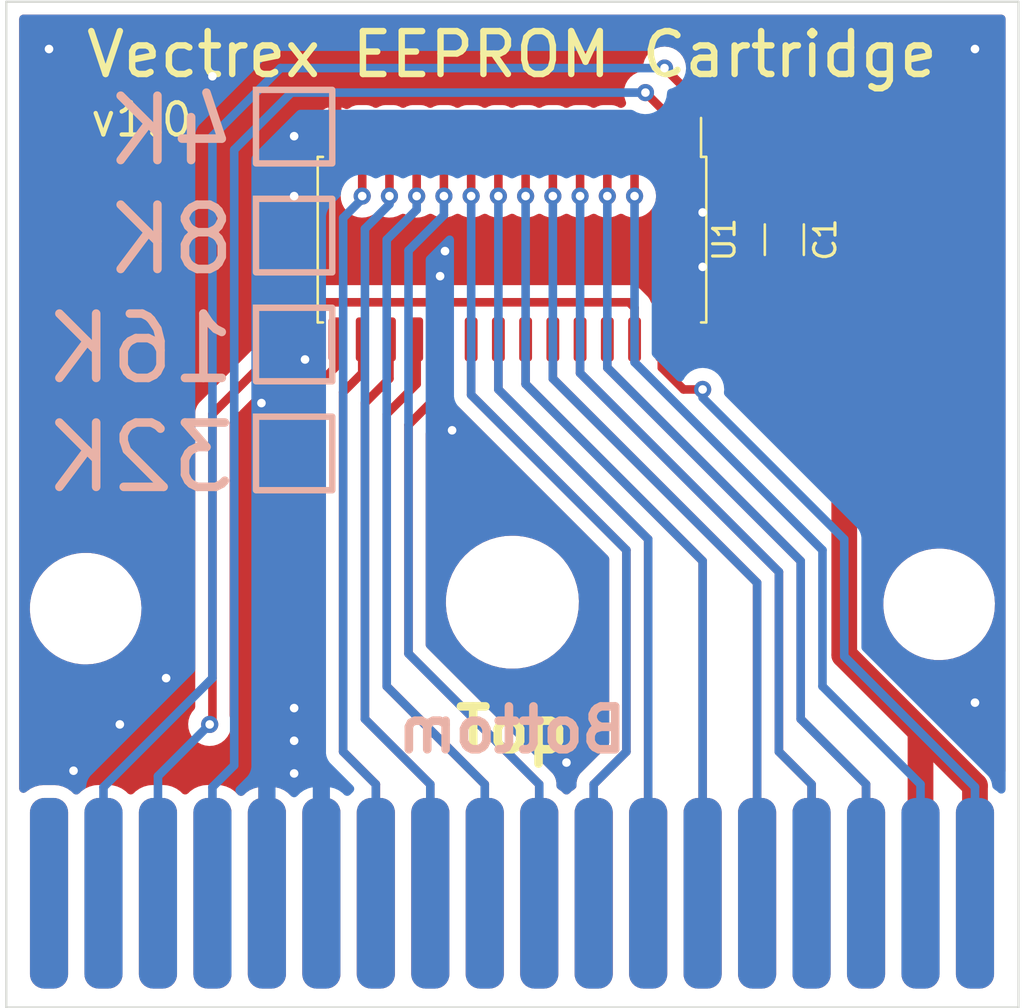
<source format=kicad_pcb>
(kicad_pcb (version 20221018) (generator pcbnew)
  (layers (0 "F.Cu" signal) (31 "B.Cu" signal) (34 "B.Paste" user) (35 "F.Paste" user) (36 "B.SilkS" user "B.Silkscreen") (37 "F.SilkS" user "F.Silkscreen") (38 "B.Mask" user) (39 "F.Mask" user) (44 "Edge.Cuts" user))
  (net 0 "")
  (net 1 "GND")
  (net 2 "+5V")
  (net 3 "/V-HALT")
  (net 4 "/V-A7")
  (net 5 "/V-A6")
  (net 6 "/V-A8")
  (net 7 "/V-A5")
  (net 8 "/V-A9")
  (net 9 "/V-A4")
  (net 10 "/V-A11")
  (net 11 "/V-A3")
  (net 12 "/V-OE")
  (net 13 "/V-A2")
  (net 14 "/V-A10")
  (net 15 "/V-A1")
  (net 16 "/V-CE")
  (net 17 "/V-A0")
  (net 18 "/V-D7")
  (net 19 "/V-D0")
  (net 20 "/V-D6")
  (net 21 "/V-D1")
  (net 22 "/V-D5")
  (net 23 "/V-D2")
  (net 24 "/V-D4")
  (net 25 "/V-D3")
  (net 26 "/V-A12")
  (net 28 "/V-A13")
  (net 30 "/V-A14")
  (footprint "Package_SO:SOIC-28W_7.5x17.9mm_P1.27mm" (layer "F.Cu") (at 157.48 83.82 -90)
    (fp_text reference "U1" (at 0 -9.9 90) (layer "F.SilkS"))
    (fp_text value "28C256")
    (fp_line (start -3.86 -9.06) (end -3.86 -8.815) (stroke (width 0.12)) (layer "F.SilkS"))
    (fp_line (start -3.86 -8.815) (end -5.675 -8.815) (stroke (width 0.12)) (layer "F.SilkS"))
    (fp_line (start -3.86 9.06) (end -3.86 8.815) (stroke (width 0.12)) (layer "F.SilkS"))
    (fp_line (start 0 -9.06) (end -3.86 -9.06) (stroke (width 0.12)) (layer "F.SilkS"))
    (fp_line (start 0 -9.06) (end 3.86 -9.06) (stroke (width 0.12)) (layer "F.SilkS"))
    (fp_line (start 0 9.06) (end -3.86 9.06) (stroke (width 0.12)) (layer "F.SilkS"))
    (fp_line (start 0 9.06) (end 3.86 9.06) (stroke (width 0.12)) (layer "F.SilkS"))
    (fp_line (start 3.86 -9.06) (end 3.86 -8.815) (stroke (width 0.12)) (layer "F.SilkS"))
    (fp_line (start 3.86 9.06) (end 3.86 8.815) (stroke (width 0.12)) (layer "F.SilkS"))
    (pad "1" smd roundrect locked (at -4.65 -8.255 270) (size 2.05 0.6) (layers "F.Cu" "F.Paste" "F.Mask") (net 30 "/V-A14"))
    (pad "2" smd roundrect locked (at -4.65 -6.985 270) (size 2.05 0.6) (layers "F.Cu" "F.Paste" "F.Mask") (net 26 "/V-A12"))
    (pad "3" smd roundrect locked (at -4.65 -5.715 270) (size 2.05 0.6) (layers "F.Cu" "F.Paste" "F.Mask") (net 4 "/V-A7"))
    (pad "4" smd roundrect locked (at -4.65 -4.445 270) (size 2.05 0.6) (layers "F.Cu" "F.Paste" "F.Mask") (net 5 "/V-A6"))
    (pad "5" smd roundrect locked (at -4.65 -3.175 270) (size 2.05 0.6) (layers "F.Cu" "F.Paste" "F.Mask") (net 7 "/V-A5"))
    (pad "6" smd roundrect locked (at -4.65 -1.905 270) (size 2.05 0.6) (layers "F.Cu" "F.Paste" "F.Mask") (net 9 "/V-A4"))
    (pad "7" smd roundrect locked (at -4.65 -0.635 270) (size 2.05 0.6) (layers "F.Cu" "F.Paste" "F.Mask") (net 11 "/V-A3"))
    (pad "8" smd roundrect locked (at -4.65 0.635 270) (size 2.05 0.6) (layers "F.Cu" "F.Paste" "F.Mask") (net 13 "/V-A2"))
    (pad "9" smd roundrect locked (at -4.65 1.905 270) (size 2.05 0.6) (layers "F.Cu" "F.Paste" "F.Mask") (net 15 "/V-A1"))
    (pad "10" smd roundrect locked (at -4.65 3.175 270) (size 2.05 0.6) (layers "F.Cu" "F.Paste" "F.Mask") (net 17 "/V-A0"))
    (pad "11" smd roundrect locked (at -4.65 4.445 270) (size 2.05 0.6) (layers "F.Cu" "F.Paste" "F.Mask") (net 19 "/V-D0"))
    (pad "12" smd roundrect locked (at -4.65 5.715 270) (size 2.05 0.6) (layers "F.Cu" "F.Paste" "F.Mask") (net 21 "/V-D1"))
    (pad "13" smd roundrect locked (at -4.65 6.985 270) (size 2.05 0.6) (layers "F.Cu" "F.Paste" "F.Mask") (net 23 "/V-D2"))
    (pad "14" smd roundrect locked (at -4.65 8.255 270) (size 2.05 0.6) (layers "F.Cu" "F.Paste" "F.Mask") (net 1 "GND"))
    (pad "15" smd roundrect locked (at 4.65 8.255 270) (size 2.05 0.6) (layers "F.Cu" "F.Paste" "F.Mask") (net 25 "/V-D3"))
    (pad "16" smd roundrect locked (at 4.65 6.985 270) (size 2.05 0.6) (layers "F.Cu" "F.Paste" "F.Mask") (net 24 "/V-D4"))
    (pad "17" smd roundrect locked (at 4.65 5.715 270) (size 2.05 0.6) (layers "F.Cu" "F.Paste" "F.Mask") (net 22 "/V-D5"))
    (pad "18" smd roundrect locked (at 4.65 4.445 270) (size 2.05 0.6) (layers "F.Cu" "F.Paste" "F.Mask") (net 20 "/V-D6"))
    (pad "19" smd roundrect locked (at 4.65 3.175 270) (size 2.05 0.6) (layers "F.Cu" "F.Paste" "F.Mask") (net 18 "/V-D7"))
    (pad "20" smd roundrect locked (at 4.65 1.905 270) (size 2.05 0.6) (layers "F.Cu" "F.Paste" "F.Mask") (net 16 "/V-CE"))
    (pad "21" smd roundrect locked (at 4.65 0.635 270) (size 2.05 0.6) (layers "F.Cu" "F.Paste" "F.Mask") (net 14 "/V-A10"))
    (pad "22" smd roundrect locked (at 4.65 -0.635 270) (size 2.05 0.6) (layers "F.Cu" "F.Paste" "F.Mask") (net 12 "/V-OE"))
    (pad "23" smd roundrect locked (at 4.65 -1.905 270) (size 2.05 0.6) (layers "F.Cu" "F.Paste" "F.Mask") (net 10 "/V-A11"))
    (pad "24" smd roundrect locked (at 4.65 -3.175 270) (size 2.05 0.6) (layers "F.Cu" "F.Paste" "F.Mask") (net 8 "/V-A9"))
    (pad "25" smd roundrect locked (at 4.65 -4.445 270) (size 2.05 0.6) (layers "F.Cu" "F.Paste" "F.Mask") (net 6 "/V-A8"))
    (pad "26" smd roundrect locked (at 4.65 -5.715 270) (size 2.05 0.6) (layers "F.Cu" "F.Paste" "F.Mask") (net 28 "/V-A13"))
    (pad "27" smd roundrect locked (at 4.65 -6.985 270) (size 2.05 0.6) (layers "F.Cu" "F.Paste" "F.Mask") (net 3 "/V-HALT"))
    (pad "28" smd roundrect locked (at 4.65 -8.255 270) (size 2.05 0.6) (layers "F.Cu" "F.Paste" "F.Mask") (net 2 "+5V"))
  )
  (footprint "vectrex:EDGE-CONNECTOR" (layer "F.Cu") (at 153.67 114.3 180)
    (fp_text reference "CON3" hide)
    (fp_text value "EDGE-CONNECTOR" hide)
    (pad "1" smd roundrect locked (at -25.4 0) (size 1.778 8.89) (layers "B.Cu" "B.Paste" "B.Mask") (roundrect_rratio 0.375) (net 3 "/V-HALT"))
    (pad "2" smd roundrect locked (at -25.4 0) (size 1.778 8.89) (layers "F.Cu" "F.Paste" "F.Mask") (roundrect_rratio 0.375) (net 2 "+5V"))
    (pad "3" smd roundrect locked (at -22.86 0) (size 1.778 8.89) (layers "B.Cu" "B.Paste" "B.Mask") (roundrect_rratio 0.375) (net 4 "/V-A7"))
    (pad "4" smd roundrect locked (at -22.86 0) (size 1.778 8.89) (layers "F.Cu" "F.Paste" "F.Mask") (roundrect_rratio 0.375) (net 2 "+5V"))
    (pad "5" smd roundrect locked (at -20.32 0) (size 1.778 8.89) (layers "B.Cu" "B.Paste" "B.Mask") (roundrect_rratio 0.375) (net 5 "/V-A6"))
    (pad "6" smd roundrect locked (at -20.32 0) (size 1.778 8.89) (layers "F.Cu" "F.Paste" "F.Mask") (roundrect_rratio 0.375) (net 6 "/V-A8"))
    (pad "7" smd roundrect locked (at -17.78 0) (size 1.778 8.89) (layers "B.Cu" "B.Paste" "B.Mask") (roundrect_rratio 0.375) (net 7 "/V-A5"))
    (pad "8" smd roundrect locked (at -17.78 0) (size 1.778 8.89) (layers "F.Cu" "F.Paste" "F.Mask") (roundrect_rratio 0.375) (net 8 "/V-A9"))
    (pad "9" smd roundrect locked (at -15.24 0) (size 1.778 8.89) (layers "B.Cu" "B.Paste" "B.Mask") (roundrect_rratio 0.375) (net 9 "/V-A4"))
    (pad "10" smd roundrect locked (at -15.24 0) (size 1.778 8.89) (layers "F.Cu" "F.Paste" "F.Mask") (roundrect_rratio 0.375) (net 10 "/V-A11"))
    (pad "11" smd roundrect locked (at -12.7 0) (size 1.778 8.89) (layers "B.Cu" "B.Paste" "B.Mask") (roundrect_rratio 0.375) (net 11 "/V-A3"))
    (pad "12" smd roundrect locked (at -12.7 0) (size 1.778 8.89) (layers "F.Cu" "F.Paste" "F.Mask") (roundrect_rratio 0.375) (net 12 "/V-OE"))
    (pad "13" smd roundrect locked (at -10.16 0) (size 1.778 8.89) (layers "B.Cu" "B.Paste" "B.Mask") (roundrect_rratio 0.375) (net 13 "/V-A2"))
    (pad "14" smd roundrect locked (at -10.16 0) (size 1.778 8.89) (layers "F.Cu" "F.Paste" "F.Mask") (roundrect_rratio 0.375) (net 14 "/V-A10"))
    (pad "15" smd roundrect locked (at -7.62 0) (size 1.778 8.89) (layers "B.Cu" "B.Paste" "B.Mask") (roundrect_rratio 0.375) (net 15 "/V-A1"))
    (pad "16" smd roundrect locked (at -7.62 0) (size 1.778 8.89) (layers "F.Cu" "F.Paste" "F.Mask") (roundrect_rratio 0.375) (net 16 "/V-CE"))
    (pad "17" smd roundrect locked (at -5.08 0) (size 1.778 8.89) (layers "B.Cu" "B.Paste" "B.Mask") (roundrect_rratio 0.375) (net 17 "/V-A0"))
    (pad "18" smd roundrect locked (at -5.08 0) (size 1.778 8.89) (layers "F.Cu" "F.Paste" "F.Mask") (roundrect_rratio 0.375) (net 18 "/V-D7"))
    (pad "19" smd roundrect locked (at -2.54 0) (size 1.778 8.89) (layers "B.Cu" "B.Paste" "B.Mask") (roundrect_rratio 0.375) (net 19 "/V-D0"))
    (pad "20" smd roundrect locked (at -2.54 0) (size 1.778 8.89) (layers "F.Cu" "F.Paste" "F.Mask") (roundrect_rratio 0.375) (net 20 "/V-D6"))
    (pad "21" smd roundrect locked (at 0 0) (size 1.778 8.89) (layers "B.Cu" "B.Paste" "B.Mask") (roundrect_rratio 0.375) (net 21 "/V-D1"))
    (pad "22" smd roundrect locked (at 0 0) (size 1.778 8.89) (layers "F.Cu" "F.Paste" "F.Mask") (roundrect_rratio 0.375) (net 22 "/V-D5"))
    (pad "23" smd roundrect locked (at 2.54 0) (size 1.778 8.89) (layers "B.Cu" "B.Paste" "B.Mask") (roundrect_rratio 0.375) (net 23 "/V-D2"))
    (pad "24" smd roundrect locked (at 2.54 0) (size 1.778 8.89) (layers "F.Cu" "F.Paste" "F.Mask") (roundrect_rratio 0.375) (net 24 "/V-D4"))
    (pad "25" smd roundrect locked (at 5.08 0) (size 1.778 8.89) (layers "B.Cu" "B.Paste" "B.Mask") (roundrect_rratio 0.375) (net 1 "GND"))
    (pad "26" smd roundrect locked (at 5.08 0) (size 1.778 8.89) (layers "F.Cu" "F.Paste" "F.Mask") (roundrect_rratio 0.375) (net 25 "/V-D3"))
    (pad "27" smd roundrect locked (at 7.62 0) (size 1.778 8.89) (layers "B.Cu" "B.Paste" "B.Mask") (roundrect_rratio 0.375) (net 1 "GND"))
    (pad "28" smd roundrect locked (at 7.62 0) (size 1.778 8.89) (layers "F.Cu" "F.Paste" "F.Mask") (roundrect_rratio 0.375) (net 1 "GND"))
    (pad "29" smd roundrect locked (at 10.16 0) (size 1.778 8.89) (layers "B.Cu" "B.Paste" "B.Mask") (roundrect_rratio 0.375) (net 26 "/V-A12"))
    (pad "30" smd roundrect locked (at 10.16 0) (size 1.778 8.89) (layers "F.Cu" "F.Paste" "F.Mask") (roundrect_rratio 0.375))
    (pad "31" smd roundrect locked (at 12.7 0) (size 1.778 8.89) (layers "B.Cu" "B.Paste" "B.Mask") (roundrect_rratio 0.375) (net 28 "/V-A13"))
    (pad "32" smd roundrect locked (at 12.7 0) (size 1.778 8.89) (layers "F.Cu" "F.Paste" "F.Mask") (roundrect_rratio 0.375))
    (pad "33" smd roundrect locked (at 15.24 0) (size 1.778 8.89) (layers "B.Cu" "B.Paste" "B.Mask") (roundrect_rratio 0.375) (net 30 "/V-A14"))
    (pad "34" smd roundrect locked (at 15.24 0) (size 1.778 8.89) (layers "F.Cu" "F.Paste" "F.Mask") (roundrect_rratio 0.375))
    (pad "35" smd roundrect locked (at 17.78 0) (size 1.778 8.89) (layers "B.Cu" "B.Paste" "B.Mask") (roundrect_rratio 0.375))
    (pad "36" smd roundrect locked (at 17.78 0) (size 1.778 8.89) (layers "F.Cu" "F.Paste" "F.Mask") (roundrect_rratio 0.375))
  )
  (footprint "" (layer "F.Cu") (at 177.398 100.8256 -90)
    (fp_text reference "@HOLE1" hide)
    (fp_text value "" (at 0 0 90) (layer "F.SilkS") (effects (font (size 1.27 1.27))))
    (pad "" np_thru_hole circle locked (at 0 0 270) (size 4 4) (drill 4) (layers "*.Cu" "*.Mask"))
  )
  (footprint "" (layer "F.Cu") (at 157.498 100.7256 -90)
    (fp_text reference "@HOLE0" hide)
    (fp_text value "" (at 0 0 90) (layer "F.SilkS") (effects (font (size 1.27 1.27))))
    (pad "" np_thru_hole circle locked (at 0 0 270) (size 5 5) (drill 5) (layers "*.Cu" "*.Mask"))
  )
  (footprint "" (layer "F.Cu") (at 137.598 101.0256 -90)
    (fp_text reference "@HOLE2" hide)
    (fp_text value "" (at 0 0 90) (layer "F.SilkS") (effects (font (size 1.27 1.27))))
    (pad "" np_thru_hole circle locked (at 0 0 270) (size 4 4) (drill 4) (layers "*.Cu" "*.Mask"))
  )
  (footprint "Capacitor_SMD:C_1206_3216Metric" (layer "F.Cu") (at 170.18 83.82 90)
    (fp_text reference "C1" (at 0 1.905 90) (layer "F.SilkS"))
    (fp_text value "100n")
    (fp_line (start -0.711252 -0.91) (end 0.711252 -0.91) (stroke (width 0.12)) (layer "F.SilkS"))
    (fp_line (start -0.711252 0.91) (end 0.711252 0.91) (stroke (width 0.12)) (layer "F.SilkS"))
    (pad "1" smd roundrect locked (at -1.475 0 90) (size 1.15 1.8) (layers "F.Cu" "F.Paste" "F.Mask") (roundrect_rratio 0.2173913043) (net 2 "+5V"))
    (pad "2" smd roundrect locked (at 1.475 0 90) (size 1.15 1.8) (layers "F.Cu" "F.Paste" "F.Mask") (roundrect_rratio 0.2173913043) (net 1 "GND"))
  )
  (gr_rect (start 145.542 86.995) (end 149.098 90.424) (stroke (width 0.3)) (fill none) (layer "B.SilkS"))
  (gr_rect (start 145.542 92.075) (end 149.098 95.504) (stroke (width 0.3)) (fill none) (layer "B.SilkS"))
  (gr_rect (start 145.542 81.915) (end 149.098 85.344) (stroke (width 0.3)) (fill none) (layer "B.SilkS"))
  (gr_rect (start 145.542 76.835) (end 149.098 80.264) (stroke (width 0.3)) (fill none) (layer "B.SilkS"))
  (gr_line locked (start 181.098 72.7256) (end 133.898 72.7256) (stroke (width 0.1)) (layer "Edge.Cuts"))
  (gr_line locked (start 181.098 119.6256) (end 181.098 72.7256) (stroke (width 0.1)) (layer "Edge.Cuts"))
  (gr_line locked (start 133.898 119.6256) (end 181.098 119.6256) (stroke (width 0.1)) (layer "Edge.Cuts"))
  (gr_line locked (start 133.898 72.7256) (end 133.898 119.6256) (stroke (width 0.1)) (layer "Edge.Cuts"))
  (gr_text "16K" (at 144.78 88.9) (layer "B.SilkS") (effects (font (size 3 3) (thickness 0.4)) (justify left mirror)))
  (gr_text "32K" (at 144.78 93.98) (layer "B.SilkS") (effects (font (size 3 3) (thickness 0.4)) (justify left mirror)))
  (gr_text "8K" (at 144.78 83.82) (layer "B.SilkS") (effects (font (size 3 3) (thickness 0.4)) (justify left mirror)))
  (gr_text "Bottom" (at 157.48 106.68) (layer "B.SilkS") (effects (font (size 2 2) (thickness 0.4)) (justify mirror)))
  (gr_text "4K" (at 144.78 78.74) (layer "B.SilkS") (effects (font (size 3 3) (thickness 0.4)) (justify left mirror)))
  (gr_text "Top" (at 157.48 106.68) (layer "F.SilkS") (effects (font (size 2 2) (thickness 0.4))))
  (gr_text "v1.0" (at 140.208 78.232) (layer "F.SilkS") (effects (font (size 1.5 1.5) (thickness 0.2))))
  (gr_text "Vectrex EEPROM Cartridge" (at 157.48 75.184) (layer "F.SilkS") (effects (font (size 2 2) (thickness 0.3))))
  (via (at 179.07 74.93) (size 0.8) (drill 0.4) (layers "F.Cu" "B.Cu") (net 1))
  (via (at 179.07 105.41) (size 0.8) (drill 0.4) (layers "F.Cu" "B.Cu") (net 1))
  (via (at 154.1272 85.5218) (size 0.8) (drill 0.4) (layers "F.Cu" "B.Cu") (net 1))
  (via (at 145.796 91.44) (size 0.8) (drill 0.4) (layers "F.Cu" "B.Cu") (net 1))
  (via (at 143.51 76.2) (size 0.8) (drill 0.4) (layers "F.Cu" "B.Cu") (net 1))
  (via (at 147.32 105.664) (size 0.8) (drill 0.4) (layers "F.Cu" "B.Cu") (net 1))
  (via (at 166.37 82.55) (size 0.8) (drill 0.4) (layers "F.Cu" "B.Cu") (net 1))
  (via (at 147.32 78.994) (size 0.8) (drill 0.4) (layers "F.Cu" "B.Cu") (net 1))
  (via (at 160.02 108.204) (size 0.8) (drill 0.4) (layers "F.Cu" "B.Cu") (net 1))
  (via (at 135.89 74.93) (size 0.8) (drill 0.4) (layers "F.Cu" "B.Cu") (net 1))
  (via (at 166.37 85.09) (size 0.8) (drill 0.4) (layers "F.Cu" "B.Cu") (net 1))
  (via (at 141.351 104.267) (size 0.8) (drill 0.4) (layers "F.Cu" "B.Cu") (net 1))
  (via (at 137.033 108.585) (size 0.8) (drill 0.4) (layers "F.Cu" "B.Cu") (net 1))
  (via (at 147.32 107.188) (size 0.8) (drill 0.4) (layers "F.Cu" "B.Cu") (net 1))
  (via (at 154.686 92.71) (size 0.8) (drill 0.4) (layers "F.Cu" "B.Cu") (net 1))
  (via (at 147.32 108.712) (size 0.8) (drill 0.4) (layers "F.Cu" "B.Cu") (net 1))
  (via (at 154.3558 84.3534) (size 0.8) (drill 0.4) (layers "F.Cu" "B.Cu") (net 1))
  (via (at 147.828 89.408) (size 0.8) (drill 0.4) (layers "F.Cu" "B.Cu") (net 1))
  (via (at 147.32 81.788) (size 0.8) (drill 0.4) (layers "F.Cu" "B.Cu") (net 1))
  (via (at 139.192 106.426) (size 0.8) (drill 0.4) (layers "F.Cu" "B.Cu") (net 1))
  (segment (start 172.974 91.313) (end 170.131 88.47) (width 1.2) (layer "F.Cu") (net 2))
  (segment (start 179.07 114.3) (end 179.07 109.2835) (width 1.2) (layer "F.Cu") (net 2))
  (segment (start 176.53 114.3) (end 176.53 106.7435) (width 1.2) (layer "F.Cu") (net 2))
  (segment (start 179.07 109.2835) (end 172.974 103.1875) (width 1.2) (layer "F.Cu") (net 2))
  (segment (start 170.131 88.47) (end 166.035 88.47) (width 1.2) (layer "F.Cu") (net 2))
  (segment (start 170.18 88.421) (end 170.131 88.47) (width 0.4) (layer "F.Cu") (net 2))
  (segment (start 170.18 85.295) (end 170.18 88.421) (width 1.2) (layer "F.Cu") (net 2))
  (segment (start 172.974 103.1875) (end 172.974 91.313) (width 1.2) (layer "F.Cu") (net 2))
  (segment (start 166.37 90.805) (end 165.481 90.805) (width 0.4) (layer "F.Cu") (net 3))
  (segment (start 164.465 89.789) (end 164.465 88.47) (width 0.4) (layer "F.Cu") (net 3))
  (segment (start 165.481 90.805) (end 164.465 89.789) (width 0.4) (layer "F.Cu") (net 3))
  (via (at 166.37 90.805) (size 0.8) (drill 0.4) (layers "F.Cu" "B.Cu") (net 3))
  (segment (start 166.37 90.805) (end 166.37 91.186) (width 0.4) (layer "B.Cu") (net 3))
  (segment (start 172.974 103.251) (end 179.07 109.347) (width 0.4) (layer "B.Cu") (net 3))
  (segment (start 179.07 109.347) (end 179.07 114.3) (width 0.4) (layer "B.Cu") (net 3))
  (segment (start 172.974 97.79) (end 172.974 103.251) (width 0.4) (layer "B.Cu") (net 3))
  (segment (start 166.37 91.186) (end 172.974 97.79) (width 0.4) (layer "B.Cu") (net 3))
  (segment (start 163.195 81.788) (end 163.195 79.17) (width 0.4) (layer "F.Cu") (net 4))
  (via (at 163.195 81.788) (size 0.8) (drill 0.4) (layers "F.Cu" "B.Cu") (net 4))
  (segment (start 171.958 104.648) (end 176.53 109.22) (width 0.4) (layer "B.Cu") (net 4))
  (segment (start 176.53 109.22) (end 176.53 114.3) (width 0.4) (layer "B.Cu") (net 4))
  (segment (start 163.195 81.788) (end 163.195 89.535) (width 0.4) (layer "B.Cu") (net 4))
  (segment (start 171.958 98.298) (end 171.958 104.648) (width 0.4) (layer "B.Cu") (net 4))
  (segment (start 163.195 89.535) (end 171.958 98.298) (width 0.4) (layer "B.Cu") (net 4))
  (segment (start 161.925 81.788) (end 161.925 79.17) (width 0.4) (layer "F.Cu") (net 5))
  (via (at 161.925 81.788) (size 0.8) (drill 0.4) (layers "F.Cu" "B.Cu") (net 5))
  (segment (start 161.925 89.789) (end 170.942 98.806) (width 0.4) (layer "B.Cu") (net 5))
  (segment (start 161.925 81.788) (end 161.925 89.789) (width 0.4) (layer "B.Cu") (net 5))
  (segment (start 173.99 109.22) (end 173.99 114.3) (width 0.4) (layer "B.Cu") (net 5))
  (segment (start 170.942 98.806) (end 170.942 106.172) (width 0.4) (layer "B.Cu") (net 5))
  (segment (start 170.942 106.172) (end 173.99 109.22) (width 0.4) (layer "B.Cu") (net 5))
  (segment (start 170.942 98.806) (end 161.925 89.789) (width 0.4) (layer "F.Cu") (net 6))
  (segment (start 173.99 109.22) (end 170.942 106.172) (width 0.4) (layer "F.Cu") (net 6))
  (segment (start 173.99 114.3) (end 173.99 109.22) (width 0.4) (layer "F.Cu") (net 6))
  (segment (start 170.942 106.172) (end 170.942 98.806) (width 0.4) (layer "F.Cu") (net 6))
  (segment (start 161.925 89.789) (end 161.925 88.47) (width 0.4) (layer "F.Cu") (net 6))
  (segment (start 160.655 81.788) (end 160.655 79.17) (width 0.4) (layer "F.Cu") (net 7))
  (via (at 160.655 81.788) (size 0.8) (drill 0.4) (layers "F.Cu" "B.Cu") (net 7))
  (segment (start 171.45 109.22) (end 171.45 114.3) (width 0.4) (layer "B.Cu") (net 7))
  (segment (start 160.655 90.043) (end 169.926 99.314) (width 0.4) (layer "B.Cu") (net 7))
  (segment (start 169.926 107.696) (end 171.45 109.22) (width 0.4) (layer "B.Cu") (net 7))
  (segment (start 169.926 99.314) (end 169.926 107.696) (width 0.4) (layer "B.Cu") (net 7))
  (segment (start 160.655 81.788) (end 160.655 90.043) (width 0.4) (layer "B.Cu") (net 7))
  (segment (start 160.655 90.043) (end 160.655 88.47) (width 0.4) (layer "F.Cu") (net 8))
  (segment (start 169.926 107.696) (end 169.926 99.314) (width 0.4) (layer "F.Cu") (net 8))
  (segment (start 169.926 99.314) (end 160.655 90.043) (width 0.4) (layer "F.Cu") (net 8))
  (segment (start 171.45 109.22) (end 169.926 107.696) (width 0.4) (layer "F.Cu") (net 8))
  (segment (start 171.45 114.3) (end 171.45 109.22) (width 0.4) (layer "F.Cu") (net 8))
  (segment (start 159.385 81.788) (end 159.385 79.17) (width 0.4) (layer "F.Cu") (net 9))
  (via (at 159.385 81.788) (size 0.8) (drill 0.4) (layers "F.Cu" "B.Cu") (net 9))
  (segment (start 159.385 90.297) (end 168.91 99.822) (width 0.4) (layer "B.Cu") (net 9))
  (segment (start 159.385 81.788) (end 159.385 90.297) (width 0.4) (layer "B.Cu") (net 9))
  (segment (start 168.91 99.822) (end 168.91 114.3) (width 0.4) (layer "B.Cu") (net 9))
  (segment (start 168.91 114.3) (end 168.91 99.822) (width 0.4) (layer "F.Cu") (net 10))
  (segment (start 168.91 99.822) (end 159.385 90.297) (width 0.4) (layer "F.Cu") (net 10))
  (segment (start 159.385 90.297) (end 159.385 88.47) (width 0.4) (layer "F.Cu") (net 10))
  (segment (start 158.115 81.788) (end 158.115 79.17) (width 0.4) (layer "F.Cu") (net 11))
  (via (at 158.115 81.788) (size 0.8) (drill 0.4) (layers "F.Cu" "B.Cu") (net 11))
  (segment (start 158.115 90.551) (end 166.37 98.806) (width 0.4) (layer "B.Cu") (net 11))
  (segment (start 166.37 98.806) (end 166.37 114.3) (width 0.4) (layer "B.Cu") (net 11))
  (segment (start 158.115 81.788) (end 158.115 90.551) (width 0.4) (layer "B.Cu") (net 11))
  (segment (start 166.37 114.3) (end 166.37 98.806) (width 0.4) (layer "F.Cu") (net 12))
  (segment (start 158.115 90.551) (end 158.115 88.47) (width 0.4) (layer "F.Cu") (net 12))
  (segment (start 166.37 98.806) (end 158.115 90.551) (width 0.4) (layer "F.Cu") (net 12))
  (segment (start 156.845 81.788) (end 156.845 79.17) (width 0.4) (layer "F.Cu") (net 13))
  (via (at 156.845 81.788) (size 0.8) (drill 0.4) (layers "F.Cu" "B.Cu") (net 13))
  (segment (start 156.845 90.805) (end 163.83 97.79) (width 0.4) (layer "B.Cu") (net 13))
  (segment (start 156.845 81.788) (end 156.845 90.805) (width 0.4) (layer "B.Cu") (net 13))
  (segment (start 163.83 97.79) (end 163.83 114.3) (width 0.4) (layer "B.Cu") (net 13))
  (segment (start 163.83 97.79) (end 163.83 114.3) (width 0.4) (layer "F.Cu") (net 14))
  (segment (start 156.845 90.805) (end 163.83 97.79) (width 0.4) (layer "F.Cu") (net 14))
  (segment (start 156.845 88.47) (end 156.845 90.805) (width 0.4) (layer "F.Cu") (net 14))
  (segment (start 155.575 81.788) (end 155.575 79.17) (width 0.4) (layer "F.Cu") (net 15))
  (via (at 155.575 81.788) (size 0.8) (drill 0.4) (layers "F.Cu" "B.Cu") (net 15))
  (segment (start 155.575 91.059) (end 162.814 98.298) (width 0.4) (layer "B.Cu") (net 15))
  (segment (start 161.29 109.22) (end 161.29 114.3) (width 0.4) (layer "B.Cu") (net 15))
  (segment (start 162.814 107.696) (end 161.29 109.22) (width 0.4) (layer "B.Cu") (net 15))
  (segment (start 162.814 98.298) (end 162.814 107.696) (width 0.4) (layer "B.Cu") (net 15))
  (segment (start 155.575 81.788) (end 155.575 91.059) (width 0.4) (layer "B.Cu") (net 15))
  (segment (start 161.29 109.22) (end 162.814 107.696) (width 0.4) (layer "F.Cu") (net 16))
  (segment (start 162.814 98.298) (end 155.575 91.059) (width 0.4) (layer "F.Cu") (net 16))
  (segment (start 155.575 91.059) (end 155.575 88.47) (width 0.4) (layer "F.Cu") (net 16))
  (segment (start 161.29 114.3) (end 161.29 109.22) (width 0.4) (layer "F.Cu") (net 16))
  (segment (start 162.814 107.696) (end 162.814 98.298) (width 0.4) (layer "F.Cu") (net 16))
  (segment (start 154.305 81.788) (end 154.305 79.17) (width 0.4) (layer "F.Cu") (net 17))
  (via (at 154.305 81.788) (size 0.8) (drill 0.4) (layers "F.Cu" "B.Cu") (net 17))
  (segment (start 152.654 103.124) (end 158.75 109.22) (width 0.4) (layer "B.Cu") (net 17))
  (segment (start 154.305 82.677) (end 152.654 84.328) (width 0.4) (layer "B.Cu") (net 17))
  (segment (start 154.305 81.788) (end 154.305 82.677) (width 0.4) (layer "B.Cu") (net 17))
  (segment (start 152.654 84.328) (end 152.654 103.124) (width 0.4) (layer "B.Cu") (net 17))
  (segment (start 158.75 109.22) (end 158.75 114.3) (width 0.4) (layer "B.Cu") (net 17))
  (segment (start 152.654 92.456) (end 154.305 90.805) (width 0.4) (layer "F.Cu") (net 18))
  (segment (start 158.75 109.22) (end 152.654 103.124) (width 0.4) (layer "F.Cu") (net 18))
  (segment (start 152.654 103.124) (end 152.654 92.456) (width 0.4) (layer "F.Cu") (net 18))
  (segment (start 158.75 114.3) (end 158.75 109.22) (width 0.4) (layer "F.Cu") (net 18))
  (segment (start 154.305 90.805) (end 154.305 88.47) (width 0.4) (layer "F.Cu") (net 18))
  (segment (start 153.035 81.788) (end 153.035 79.17) (width 0.4) (layer "F.Cu") (net 19))
  (via (at 153.035 81.788) (size 0.8) (drill 0.4) (layers "F.Cu" "B.Cu") (net 19))
  (segment (start 156.21 109.22) (end 156.21 114.3) (width 0.4) (layer "B.Cu") (net 19))
  (segment (start 151.638 104.648) (end 156.21 109.22) (width 0.4) (layer "B.Cu") (net 19))
  (segment (start 151.638 83.82) (end 151.638 104.648) (width 0.4) (layer "B.Cu") (net 19))
  (segment (start 153.035 82.423) (end 151.638 83.82) (width 0.4) (layer "B.Cu") (net 19))
  (segment (start 153.035 81.788) (end 153.035 82.423) (width 0.4) (layer "B.Cu") (net 19))
  (segment (start 151.638 91.948) (end 153.035 90.551) (width 0.4) (layer "F.Cu") (net 20))
  (segment (start 151.638 104.648) (end 151.638 91.948) (width 0.4) (layer "F.Cu") (net 20))
  (segment (start 156.21 109.22) (end 151.638 104.648) (width 0.4) (layer "F.Cu") (net 20))
  (segment (start 153.035 90.551) (end 153.035 88.47) (width 0.4) (layer "F.Cu") (net 20))
  (segment (start 156.21 114.3) (end 156.21 109.22) (width 0.4) (layer "F.Cu") (net 20))
  (segment (start 151.765 81.788) (end 151.765 79.17) (width 0.4) (layer "F.Cu") (net 21))
  (via (at 151.765 81.788) (size 0.8) (drill 0.4) (layers "F.Cu" "B.Cu") (net 21))
  (segment (start 153.67 109.22) (end 153.67 114.3) (width 0.4) (layer "B.Cu") (net 21))
  (segment (start 150.622 106.172) (end 153.67 109.22) (width 0.4) (layer "B.Cu") (net 21))
  (segment (start 150.622 83.312) (end 150.622 106.172) (width 0.4) (layer "B.Cu") (net 21))
  (segment (start 151.765 81.788) (end 151.765 82.169) (width 0.4) (layer "B.Cu") (net 21))
  (segment (start 151.765 82.169) (end 150.622 83.312) (width 0.4) (layer "B.Cu") (net 21))
  (segment (start 153.67 114.3) (end 153.67 109.22) (width 0.4) (layer "F.Cu") (net 22))
  (segment (start 151.765 90.297) (end 151.765 88.47) (width 0.4) (layer "F.Cu") (net 22))
  (segment (start 150.622 91.44) (end 151.765 90.297) (width 0.4) (layer "F.Cu") (net 22))
  (segment (start 153.67 109.22) (end 150.622 106.172) (width 0.4) (layer "F.Cu") (net 22))
  (segment (start 150.622 106.172) (end 150.622 91.44) (width 0.4) (layer "F.Cu") (net 22))
  (segment (start 150.495 81.788) (end 150.495 79.17) (width 0.4) (layer "F.Cu") (net 23))
  (via (at 150.495 81.788) (size 0.8) (drill 0.4) (layers "F.Cu" "B.Cu") (net 23))
  (segment (start 149.606 107.696) (end 151.13 109.22) (width 0.4) (layer "B.Cu") (net 23))
  (segment (start 150.495 81.915) (end 149.606 82.804) (width 0.4) (layer "B.Cu") (net 23))
  (segment (start 151.13 109.22) (end 151.13 114.3) (width 0.4) (layer "B.Cu") (net 23))
  (segment (start 150.495 81.788) (end 150.495 81.915) (width 0.4) (layer "B.Cu") (net 23))
  (segment (start 149.606 82.804) (end 149.606 107.696) (width 0.4) (layer "B.Cu") (net 23))
  (segment (start 151.13 114.3) (end 151.13 109.22) (width 0.4) (layer "F.Cu") (net 24))
  (segment (start 150.495 90.043) (end 150.495 88.47) (width 0.4) (layer "F.Cu") (net 24))
  (segment (start 149.606 90.932) (end 150.495 90.043) (width 0.4) (layer "F.Cu") (net 24))
  (segment (start 151.13 109.22) (end 149.606 107.696) (width 0.4) (layer "F.Cu") (net 24))
  (segment (start 149.606 107.696) (end 149.606 90.932) (width 0.4) (layer "F.Cu") (net 24))
  (segment (start 148.59 114.3) (end 148.59 90.424) (width 0.4) (layer "F.Cu") (net 25))
  (segment (start 148.59 90.424) (end 149.225 89.789) (width 0.4) (layer "F.Cu") (net 25))
  (segment (start 149.225 89.789) (end 149.225 88.47) (width 0.4) (layer "F.Cu") (net 25))
  (segment (start 163.703 76.962) (end 164.465 77.724) (width 0.4) (layer "F.Cu") (net 26))
  (segment (start 164.465 77.724) (end 164.465 79.17) (width 0.4) (layer "F.Cu") (net 26))
  (via (at 163.703 76.962) (size 0.8) (drill 0.4) (layers "F.Cu" "B.Cu") (net 26))
  (segment (start 144.526 108.331) (end 144.526 79.629) (width 0.4) (layer "B.Cu") (net 26))
  (segment (start 143.51 114.3) (end 143.51 109.347) (width 0.4) (layer "B.Cu") (net 26))
  (segment (start 147.193 76.962) (end 163.703 76.962) (width 0.4) (layer "B.Cu") (net 26))
  (segment (start 143.51 109.347) (end 144.526 108.331) (width 0.4) (layer "B.Cu") (net 26))
  (segment (start 144.526 79.629) (end 147.193 76.962) (width 0.4) (layer "B.Cu") (net 26))
  (segment (start 163.195 86.995) (end 163.195 88.47) (width 0.4) (layer "F.Cu") (net 28))
  (segment (start 143.383 106.426) (end 143.51 106.299) (width 0.4) (layer "F.Cu") (net 28))
  (segment (start 143.51 91.948) (end 148.717 86.741) (width 0.4) (layer "F.Cu") (net 28))
  (segment (start 162.941 86.741) (end 163.195 86.995) (width 0.4) (layer "F.Cu") (net 28))
  (segment (start 143.51 106.299) (end 143.51 91.948) (width 0.4) (layer "F.Cu") (net 28))
  (segment (start 148.717 86.741) (end 162.941 86.741) (width 0.4) (layer "F.Cu") (net 28))
  (via (at 143.383 106.426) (size 0.8) (drill 0.4) (layers "F.Cu" "B.Cu") (net 28))
  (segment (start 143.383 106.426) (end 140.97 108.839) (width 0.4) (layer "B.Cu") (net 28))
  (segment (start 140.97 108.839) (end 140.97 114.3) (width 0.4) (layer "B.Cu") (net 28))
  (segment (start 165.735 76.962) (end 165.735 79.17) (width 0.4) (layer "F.Cu") (net 30))
  (segment (start 164.592 75.819) (end 165.735 76.962) (width 0.4) (layer "F.Cu") (net 30))
  (via (at 164.592 75.819) (size 0.8) (drill 0.4) (layers "F.Cu" "B.Cu") (net 30))
  (segment (start 146.685 75.819) (end 164.592 75.819) (width 0.4) (layer "B.Cu") (net 30))
  (segment (start 143.51 104.267) (end 143.51 78.994) (width 0.4) (layer "B.Cu") (net 30))
  (segment (start 143.51 78.994) (end 146.685 75.819) (width 0.4) (layer "B.Cu") (net 30))
  (segment (start 138.43 109.347) (end 143.51 104.267) (width 0.4) (layer "B.Cu") (net 30))
  (segment (start 138.43 114.3) (end 138.43 109.347) (width 0.4) (layer "B.Cu") (net 30))
  (zone (net 1) (net_name "GND") (layers "F&B.Cu") (connect_pads (clearance 0.6)) (min_thickness 0.4) (fill yes (thermal_gap 0.508) (thermal_bridge_width 0.8))
    (polygon (pts (xy 181.356 110.744) (xy 133.604 110.744) (xy 133.604 72.644) (xy 181.356 72.644)))
  )
)
</source>
